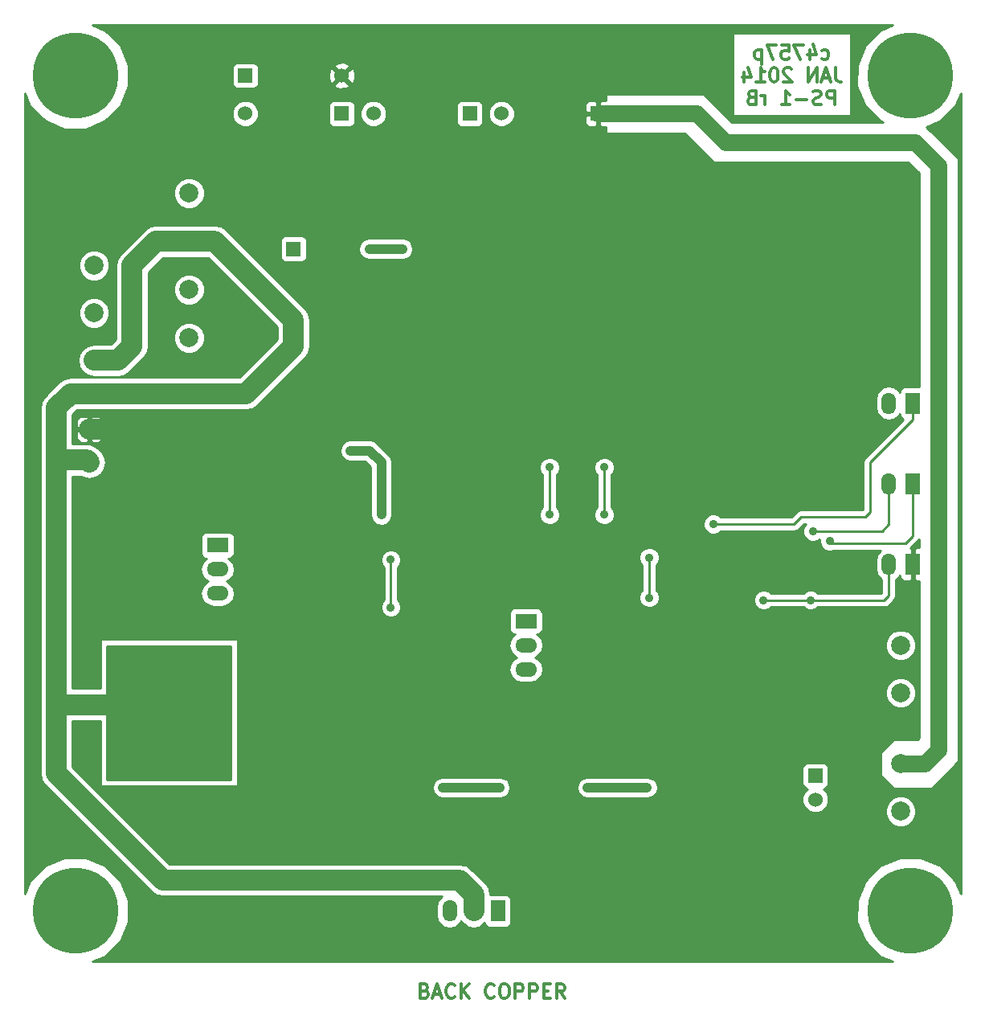
<source format=gbl>
%FSLAX34Y34*%
G04 Gerber Fmt 3.4, Leading zero omitted, Abs format*
G04 (created by PCBNEW (2013-12-31 BZR 4598)-product) date Thu 09 Jan 2014 11:56:03 AM EST*
%MOIN*%
G01*
G70*
G90*
G04 APERTURE LIST*
%ADD10C,0.005906*%
%ADD11C,0.011811*%
%ADD12C,0.078740*%
%ADD13R,0.060000X0.090000*%
%ADD14O,0.060000X0.090000*%
%ADD15R,0.060000X0.060000*%
%ADD16C,0.060000*%
%ADD17R,0.090000X0.060000*%
%ADD18O,0.090000X0.060000*%
%ADD19C,0.354331*%
%ADD20C,0.039370*%
%ADD21C,0.035433*%
%ADD22C,0.009449*%
%ADD23C,0.070866*%
%ADD24C,0.026772*%
%ADD25C,0.086614*%
%ADD26C,0.039370*%
%ADD27C,0.010000*%
G04 APERTURE END LIST*
G54D10*
G54D11*
X45219Y-49760D02*
X45303Y-49789D01*
X45331Y-49817D01*
X45359Y-49873D01*
X45359Y-49957D01*
X45331Y-50014D01*
X45303Y-50042D01*
X45247Y-50070D01*
X45022Y-50070D01*
X45022Y-49479D01*
X45219Y-49479D01*
X45275Y-49507D01*
X45303Y-49535D01*
X45331Y-49592D01*
X45331Y-49648D01*
X45303Y-49704D01*
X45275Y-49732D01*
X45219Y-49760D01*
X45022Y-49760D01*
X45584Y-49901D02*
X45866Y-49901D01*
X45528Y-50070D02*
X45725Y-49479D01*
X45922Y-50070D01*
X46456Y-50014D02*
X46428Y-50042D01*
X46344Y-50070D01*
X46287Y-50070D01*
X46203Y-50042D01*
X46147Y-49985D01*
X46119Y-49929D01*
X46091Y-49817D01*
X46091Y-49732D01*
X46119Y-49620D01*
X46147Y-49564D01*
X46203Y-49507D01*
X46287Y-49479D01*
X46344Y-49479D01*
X46428Y-49507D01*
X46456Y-49535D01*
X46709Y-50070D02*
X46709Y-49479D01*
X47047Y-50070D02*
X46794Y-49732D01*
X47047Y-49479D02*
X46709Y-49817D01*
X48087Y-50014D02*
X48059Y-50042D01*
X47975Y-50070D01*
X47919Y-50070D01*
X47834Y-50042D01*
X47778Y-49985D01*
X47750Y-49929D01*
X47722Y-49817D01*
X47722Y-49732D01*
X47750Y-49620D01*
X47778Y-49564D01*
X47834Y-49507D01*
X47919Y-49479D01*
X47975Y-49479D01*
X48059Y-49507D01*
X48087Y-49535D01*
X48453Y-49479D02*
X48565Y-49479D01*
X48622Y-49507D01*
X48678Y-49564D01*
X48706Y-49676D01*
X48706Y-49873D01*
X48678Y-49985D01*
X48622Y-50042D01*
X48565Y-50070D01*
X48453Y-50070D01*
X48397Y-50042D01*
X48340Y-49985D01*
X48312Y-49873D01*
X48312Y-49676D01*
X48340Y-49564D01*
X48397Y-49507D01*
X48453Y-49479D01*
X48959Y-50070D02*
X48959Y-49479D01*
X49184Y-49479D01*
X49240Y-49507D01*
X49268Y-49535D01*
X49296Y-49592D01*
X49296Y-49676D01*
X49268Y-49732D01*
X49240Y-49760D01*
X49184Y-49789D01*
X48959Y-49789D01*
X49550Y-50070D02*
X49550Y-49479D01*
X49775Y-49479D01*
X49831Y-49507D01*
X49859Y-49535D01*
X49887Y-49592D01*
X49887Y-49676D01*
X49859Y-49732D01*
X49831Y-49760D01*
X49775Y-49789D01*
X49550Y-49789D01*
X50140Y-49760D02*
X50337Y-49760D01*
X50421Y-50070D02*
X50140Y-50070D01*
X50140Y-49479D01*
X50421Y-49479D01*
X51012Y-50070D02*
X50815Y-49789D01*
X50674Y-50070D02*
X50674Y-49479D01*
X50899Y-49479D01*
X50956Y-49507D01*
X50984Y-49535D01*
X51012Y-49592D01*
X51012Y-49676D01*
X50984Y-49732D01*
X50956Y-49760D01*
X50899Y-49789D01*
X50674Y-49789D01*
X61684Y-11105D02*
X61740Y-11133D01*
X61853Y-11133D01*
X61909Y-11105D01*
X61937Y-11077D01*
X61965Y-11020D01*
X61965Y-10852D01*
X61937Y-10795D01*
X61909Y-10767D01*
X61853Y-10739D01*
X61740Y-10739D01*
X61684Y-10767D01*
X61178Y-10739D02*
X61178Y-11133D01*
X61318Y-10514D02*
X61459Y-10936D01*
X61093Y-10936D01*
X60925Y-10542D02*
X60531Y-10542D01*
X60784Y-11133D01*
X60025Y-10542D02*
X60306Y-10542D01*
X60334Y-10823D01*
X60306Y-10795D01*
X60250Y-10767D01*
X60109Y-10767D01*
X60053Y-10795D01*
X60025Y-10823D01*
X59997Y-10880D01*
X59997Y-11020D01*
X60025Y-11077D01*
X60053Y-11105D01*
X60109Y-11133D01*
X60250Y-11133D01*
X60306Y-11105D01*
X60334Y-11077D01*
X59800Y-10542D02*
X59406Y-10542D01*
X59659Y-11133D01*
X59181Y-10739D02*
X59181Y-11330D01*
X59181Y-10767D02*
X59125Y-10739D01*
X59012Y-10739D01*
X58956Y-10767D01*
X58928Y-10795D01*
X58900Y-10852D01*
X58900Y-11020D01*
X58928Y-11077D01*
X58956Y-11105D01*
X59012Y-11133D01*
X59125Y-11133D01*
X59181Y-11105D01*
X62260Y-11487D02*
X62260Y-11909D01*
X62289Y-11993D01*
X62345Y-12050D01*
X62429Y-12078D01*
X62485Y-12078D01*
X62007Y-11909D02*
X61726Y-11909D01*
X62064Y-12078D02*
X61867Y-11487D01*
X61670Y-12078D01*
X61473Y-12078D02*
X61473Y-11487D01*
X61136Y-12078D01*
X61136Y-11487D01*
X60433Y-11543D02*
X60404Y-11515D01*
X60348Y-11487D01*
X60208Y-11487D01*
X60151Y-11515D01*
X60123Y-11543D01*
X60095Y-11600D01*
X60095Y-11656D01*
X60123Y-11740D01*
X60461Y-12078D01*
X60095Y-12078D01*
X59730Y-11487D02*
X59673Y-11487D01*
X59617Y-11515D01*
X59589Y-11543D01*
X59561Y-11600D01*
X59533Y-11712D01*
X59533Y-11853D01*
X59561Y-11965D01*
X59589Y-12021D01*
X59617Y-12050D01*
X59673Y-12078D01*
X59730Y-12078D01*
X59786Y-12050D01*
X59814Y-12021D01*
X59842Y-11965D01*
X59870Y-11853D01*
X59870Y-11712D01*
X59842Y-11600D01*
X59814Y-11543D01*
X59786Y-11515D01*
X59730Y-11487D01*
X58970Y-12078D02*
X59308Y-12078D01*
X59139Y-12078D02*
X59139Y-11487D01*
X59195Y-11571D01*
X59251Y-11628D01*
X59308Y-11656D01*
X58464Y-11684D02*
X58464Y-12078D01*
X58605Y-11459D02*
X58745Y-11881D01*
X58380Y-11881D01*
X62218Y-13023D02*
X62218Y-12432D01*
X61993Y-12432D01*
X61937Y-12460D01*
X61909Y-12488D01*
X61881Y-12544D01*
X61881Y-12629D01*
X61909Y-12685D01*
X61937Y-12713D01*
X61993Y-12741D01*
X62218Y-12741D01*
X61656Y-12994D02*
X61571Y-13023D01*
X61431Y-13023D01*
X61375Y-12994D01*
X61347Y-12966D01*
X61318Y-12910D01*
X61318Y-12854D01*
X61347Y-12798D01*
X61375Y-12769D01*
X61431Y-12741D01*
X61543Y-12713D01*
X61600Y-12685D01*
X61628Y-12657D01*
X61656Y-12601D01*
X61656Y-12544D01*
X61628Y-12488D01*
X61600Y-12460D01*
X61543Y-12432D01*
X61403Y-12432D01*
X61318Y-12460D01*
X61065Y-12798D02*
X60615Y-12798D01*
X60025Y-13023D02*
X60362Y-13023D01*
X60194Y-13023D02*
X60194Y-12432D01*
X60250Y-12516D01*
X60306Y-12573D01*
X60362Y-12601D01*
X59322Y-13023D02*
X59322Y-12629D01*
X59322Y-12741D02*
X59294Y-12685D01*
X59266Y-12657D01*
X59209Y-12629D01*
X59153Y-12629D01*
X58759Y-12713D02*
X58675Y-12741D01*
X58647Y-12769D01*
X58619Y-12826D01*
X58619Y-12910D01*
X58647Y-12966D01*
X58675Y-12994D01*
X58731Y-13023D01*
X58956Y-13023D01*
X58956Y-12432D01*
X58759Y-12432D01*
X58703Y-12460D01*
X58675Y-12488D01*
X58647Y-12544D01*
X58647Y-12601D01*
X58675Y-12657D01*
X58703Y-12685D01*
X58759Y-12713D01*
X58956Y-12713D01*
G54D12*
X35433Y-20685D03*
X35433Y-22685D03*
X35433Y-18685D03*
X35433Y-16685D03*
G54D13*
X65460Y-28740D03*
G54D14*
X64460Y-28740D03*
G54D13*
X65460Y-25393D03*
G54D14*
X64460Y-25393D03*
G54D13*
X65460Y-32086D03*
G54D14*
X64460Y-32086D03*
G54D13*
X48244Y-46456D03*
G54D14*
X47244Y-46456D03*
X46244Y-46456D03*
G54D15*
X31299Y-26476D03*
G54D16*
X31299Y-27854D03*
G54D15*
X39763Y-18996D03*
G54D16*
X39763Y-21948D03*
G54D15*
X61417Y-40846D03*
G54D16*
X61417Y-41830D03*
G54D15*
X52393Y-13385D03*
G54D16*
X48393Y-13385D03*
G54D12*
X31496Y-19685D03*
X31496Y-21653D03*
X31496Y-23622D03*
X64960Y-35433D03*
X64960Y-37401D03*
X64960Y-40354D03*
X64960Y-42322D03*
G54D17*
X36614Y-31283D03*
G54D18*
X36614Y-32283D03*
X36614Y-33283D03*
G54D19*
X65354Y-11811D03*
G54D20*
X66535Y-11811D03*
X65944Y-12834D03*
X64763Y-12834D03*
X64173Y-11811D03*
X64763Y-10787D03*
X65944Y-10787D03*
G54D19*
X65354Y-46456D03*
G54D20*
X66535Y-46456D03*
X65944Y-47480D03*
X64763Y-47480D03*
X64173Y-46456D03*
X64763Y-45433D03*
X65944Y-45433D03*
G54D19*
X30708Y-46456D03*
G54D20*
X31889Y-46456D03*
X31299Y-47480D03*
X30118Y-47480D03*
X29527Y-46456D03*
X30118Y-45433D03*
X31299Y-45433D03*
G54D19*
X30708Y-11811D03*
G54D20*
X31889Y-11811D03*
X31299Y-12834D03*
X30118Y-12834D03*
X29527Y-11811D03*
X30118Y-10787D03*
X31299Y-10787D03*
G54D17*
X49409Y-34433D03*
G54D18*
X49409Y-35433D03*
X49409Y-36433D03*
G54D15*
X41763Y-13385D03*
G54D16*
X37763Y-13385D03*
G54D15*
X47078Y-13385D03*
G54D16*
X43078Y-13385D03*
G54D15*
X37763Y-11811D03*
G54D16*
X41763Y-11811D03*
G54D21*
X64763Y-22047D03*
X32578Y-16535D03*
X62204Y-46751D03*
X58464Y-46751D03*
X50492Y-47047D03*
X43503Y-46751D03*
X34153Y-46751D03*
X37893Y-46751D03*
X61318Y-43405D03*
X58464Y-43405D03*
X54133Y-43405D03*
X52263Y-43405D03*
X49606Y-43405D03*
X37893Y-43405D03*
X57775Y-32086D03*
X57775Y-36023D03*
X37893Y-37303D03*
X37893Y-39960D03*
X42519Y-35728D03*
X40551Y-37303D03*
X40649Y-39960D03*
X43503Y-43405D03*
X43503Y-39960D03*
X45669Y-39960D03*
X48818Y-39960D03*
X51771Y-39960D03*
X56397Y-39960D03*
X59153Y-39960D03*
X48228Y-30118D03*
X41338Y-16535D03*
X37795Y-16535D03*
X37795Y-26476D03*
X41338Y-26476D03*
X55118Y-14566D03*
X55118Y-22047D03*
X46456Y-22047D03*
X46456Y-14566D03*
X62007Y-25196D03*
X38681Y-34251D03*
X34251Y-38976D03*
X34251Y-38385D03*
X34744Y-37893D03*
X33759Y-37893D03*
X42125Y-27362D03*
X43405Y-30019D03*
X42913Y-27362D03*
X42913Y-18996D03*
X44291Y-18996D03*
X54429Y-41338D03*
X51968Y-41338D03*
X48326Y-41338D03*
X45964Y-41338D03*
X46555Y-41338D03*
X47736Y-41338D03*
X52559Y-41338D03*
X53838Y-41338D03*
X59271Y-33562D03*
X61220Y-33562D03*
X61318Y-30708D03*
X62007Y-31102D03*
X57185Y-30413D03*
X50393Y-28051D03*
X50393Y-30019D03*
X52657Y-28051D03*
X52657Y-30019D03*
X54527Y-33464D03*
X54527Y-31791D03*
X43799Y-31889D03*
X43799Y-33858D03*
G54D22*
X65460Y-32086D02*
X65460Y-33358D01*
X65460Y-33358D02*
X64566Y-34251D01*
X64566Y-34251D02*
X57775Y-34251D01*
X55118Y-22047D02*
X64763Y-22047D01*
G54D23*
X52393Y-13385D02*
X56496Y-13385D01*
X56496Y-13385D02*
X57677Y-14566D01*
X57677Y-14566D02*
X65551Y-14566D01*
X65551Y-14566D02*
X66535Y-15551D01*
X66535Y-15551D02*
X66535Y-39763D01*
X66535Y-39763D02*
X65944Y-40354D01*
X65944Y-40354D02*
X64960Y-40354D01*
G54D22*
X46456Y-14566D02*
X45669Y-15354D01*
X45669Y-15354D02*
X45669Y-21259D01*
X45669Y-21259D02*
X46456Y-22047D01*
X37795Y-16535D02*
X37106Y-15846D01*
X37106Y-15846D02*
X33267Y-15846D01*
X33267Y-15846D02*
X32578Y-16535D01*
X58464Y-46751D02*
X62204Y-46751D01*
X50492Y-47047D02*
X50787Y-46751D01*
X50787Y-46751D02*
X58464Y-46751D01*
X43503Y-46751D02*
X44685Y-46751D01*
X44685Y-46751D02*
X45472Y-47539D01*
X45472Y-47539D02*
X50000Y-47539D01*
X50000Y-47539D02*
X50492Y-47047D01*
X37893Y-46751D02*
X43405Y-46751D01*
X43405Y-46751D02*
X43503Y-46751D01*
X37893Y-46751D02*
X34153Y-46751D01*
X58464Y-43405D02*
X61318Y-43405D01*
X54133Y-43405D02*
X58464Y-43405D01*
X52263Y-43405D02*
X54133Y-43405D01*
X49606Y-43405D02*
X52263Y-43405D01*
X43503Y-43405D02*
X49606Y-43405D01*
X43503Y-43405D02*
X37893Y-43405D01*
X57775Y-36023D02*
X57775Y-34251D01*
X57775Y-34251D02*
X57775Y-32086D01*
X57775Y-39960D02*
X57775Y-36023D01*
X37893Y-39960D02*
X37893Y-37303D01*
X40649Y-39960D02*
X37893Y-39960D01*
X41535Y-35137D02*
X41535Y-35728D01*
X40551Y-37303D02*
X40551Y-36122D01*
X40551Y-36122D02*
X40944Y-35728D01*
X40944Y-35728D02*
X41535Y-35728D01*
X41535Y-35728D02*
X42519Y-35728D01*
X40649Y-39960D02*
X40551Y-39862D01*
X40551Y-39862D02*
X40551Y-37303D01*
X41929Y-39960D02*
X40649Y-39960D01*
X43503Y-39960D02*
X43503Y-43405D01*
X41929Y-39960D02*
X43503Y-39960D01*
X43503Y-39960D02*
X45669Y-39960D01*
X45669Y-39960D02*
X48818Y-39960D01*
X48818Y-39960D02*
X51771Y-39960D01*
X51771Y-39960D02*
X56397Y-39960D01*
X56397Y-39960D02*
X57775Y-39960D01*
X57775Y-39960D02*
X59153Y-39960D01*
X48228Y-26476D02*
X48228Y-30118D01*
G54D24*
X37795Y-16535D02*
X41338Y-16535D01*
X41387Y-16584D02*
X41338Y-16535D01*
X41387Y-16584D02*
X41387Y-24458D01*
G54D22*
X46456Y-14566D02*
X55118Y-14566D01*
X43799Y-22047D02*
X41387Y-24458D01*
X41387Y-24458D02*
X39370Y-26476D01*
X43799Y-22047D02*
X46456Y-22047D01*
X55118Y-22047D02*
X46456Y-22047D01*
X41633Y-26476D02*
X41633Y-35039D01*
X41633Y-35039D02*
X41535Y-35137D01*
X62007Y-25196D02*
X57381Y-25196D01*
X57381Y-25196D02*
X55167Y-27411D01*
G54D25*
X31299Y-26476D02*
X37795Y-26476D01*
X37795Y-26476D02*
X39370Y-26476D01*
X39370Y-26476D02*
X41338Y-26476D01*
X41338Y-26476D02*
X41633Y-26476D01*
X41633Y-26476D02*
X48228Y-26476D01*
X48228Y-26476D02*
X54232Y-26476D01*
X54232Y-26476D02*
X55167Y-27411D01*
G54D22*
X38681Y-34251D02*
X40649Y-34251D01*
X40649Y-34251D02*
X41535Y-35137D01*
G54D25*
X47244Y-46456D02*
X47244Y-45767D01*
X47244Y-45767D02*
X46653Y-45177D01*
X46653Y-45177D02*
X34350Y-45177D01*
X34350Y-45177D02*
X29921Y-40748D01*
X29921Y-40748D02*
X29921Y-37696D01*
X29921Y-27755D02*
X31200Y-27755D01*
X31200Y-27755D02*
X31299Y-27854D01*
X29921Y-29527D02*
X29921Y-27755D01*
X29921Y-27755D02*
X29921Y-25590D01*
X29921Y-25590D02*
X30511Y-25000D01*
X30511Y-25000D02*
X37795Y-25000D01*
X37795Y-25000D02*
X39763Y-23031D01*
X39763Y-23031D02*
X39763Y-21948D01*
X29921Y-29527D02*
X29921Y-37696D01*
X29921Y-37696D02*
X30118Y-37893D01*
X30118Y-37893D02*
X31988Y-37893D01*
X31988Y-37893D02*
X33759Y-37893D01*
X35433Y-18685D02*
X36500Y-18685D01*
X36500Y-18685D02*
X39763Y-21948D01*
X35433Y-18685D02*
X34070Y-18685D01*
X32480Y-23622D02*
X31496Y-23622D01*
X33070Y-23031D02*
X32480Y-23622D01*
X33070Y-19685D02*
X33070Y-23031D01*
X34070Y-18685D02*
X33070Y-19685D01*
G54D26*
X42913Y-27362D02*
X42125Y-27362D01*
X43405Y-30019D02*
X43405Y-27854D01*
X43405Y-27854D02*
X42913Y-27362D01*
X42913Y-18996D02*
X44291Y-18996D01*
X53838Y-41338D02*
X54429Y-41338D01*
X51968Y-41338D02*
X52559Y-41338D01*
X47736Y-41338D02*
X48326Y-41338D01*
X45964Y-41338D02*
X46555Y-41338D01*
X47736Y-41338D02*
X46555Y-41338D01*
X53838Y-41338D02*
X52559Y-41338D01*
G54D22*
X61220Y-33562D02*
X64271Y-33562D01*
X64460Y-33374D02*
X64460Y-32086D01*
X64271Y-33562D02*
X64460Y-33374D01*
X61220Y-33562D02*
X59271Y-33562D01*
X64460Y-30421D02*
X64460Y-28740D01*
X64173Y-30708D02*
X64460Y-30421D01*
X61318Y-30708D02*
X64173Y-30708D01*
X65157Y-31200D02*
X62106Y-31200D01*
X62106Y-31200D02*
X62007Y-31102D01*
X65460Y-30897D02*
X65460Y-28740D01*
X65157Y-31200D02*
X65460Y-30897D01*
X65460Y-26074D02*
X65460Y-25393D01*
X63681Y-27854D02*
X65460Y-26074D01*
X63681Y-29921D02*
X63681Y-27854D01*
X63484Y-30118D02*
X63681Y-29921D01*
X60826Y-30118D02*
X63484Y-30118D01*
X60531Y-30413D02*
X60826Y-30118D01*
X57185Y-30413D02*
X60531Y-30413D01*
X50393Y-30019D02*
X50393Y-28051D01*
X52657Y-30019D02*
X52657Y-28051D01*
X54527Y-31791D02*
X54527Y-33464D01*
X43799Y-33858D02*
X43799Y-31889D01*
G54D10*
G36*
X67450Y-45727D02*
X67233Y-45203D01*
X66610Y-44579D01*
X65796Y-44241D01*
X65601Y-44241D01*
X65601Y-42195D01*
X65503Y-41960D01*
X65323Y-41780D01*
X65088Y-41682D01*
X64833Y-41682D01*
X64598Y-41779D01*
X64417Y-41959D01*
X64320Y-42194D01*
X64319Y-42449D01*
X64417Y-42685D01*
X64597Y-42865D01*
X64832Y-42963D01*
X65087Y-42963D01*
X65322Y-42866D01*
X65503Y-42686D01*
X65601Y-42450D01*
X65601Y-42195D01*
X65601Y-44241D01*
X64915Y-44240D01*
X64101Y-44577D01*
X63477Y-45200D01*
X63139Y-46014D01*
X63138Y-46895D01*
X63475Y-47709D01*
X64097Y-48333D01*
X64624Y-48552D01*
X61964Y-48552D01*
X61964Y-41722D01*
X61881Y-41521D01*
X61753Y-41393D01*
X61766Y-41393D01*
X61857Y-41355D01*
X61926Y-41286D01*
X61964Y-41195D01*
X61964Y-41097D01*
X61964Y-40497D01*
X61926Y-40406D01*
X61857Y-40337D01*
X61766Y-40299D01*
X61668Y-40299D01*
X61068Y-40299D01*
X60977Y-40337D01*
X60908Y-40406D01*
X60870Y-40497D01*
X60870Y-40595D01*
X60870Y-41195D01*
X60908Y-41286D01*
X60977Y-41355D01*
X61068Y-41393D01*
X61081Y-41393D01*
X60953Y-41520D01*
X60870Y-41721D01*
X60870Y-41938D01*
X60953Y-42139D01*
X61107Y-42293D01*
X61308Y-42377D01*
X61525Y-42377D01*
X61726Y-42294D01*
X61880Y-42140D01*
X61964Y-41939D01*
X61964Y-41722D01*
X61964Y-48552D01*
X54951Y-48552D01*
X54951Y-33380D01*
X54887Y-33224D01*
X54821Y-33159D01*
X54821Y-32096D01*
X54886Y-32031D01*
X54951Y-31876D01*
X54951Y-31707D01*
X54887Y-31551D01*
X54768Y-31432D01*
X54612Y-31367D01*
X54443Y-31367D01*
X54287Y-31431D01*
X54168Y-31550D01*
X54103Y-31706D01*
X54103Y-31875D01*
X54167Y-32031D01*
X54233Y-32096D01*
X54233Y-33159D01*
X54168Y-33224D01*
X54103Y-33379D01*
X54103Y-33548D01*
X54167Y-33704D01*
X54287Y-33823D01*
X54442Y-33888D01*
X54611Y-33888D01*
X54767Y-33824D01*
X54886Y-33705D01*
X54951Y-33549D01*
X54951Y-33380D01*
X54951Y-48552D01*
X54872Y-48552D01*
X54872Y-41338D01*
X54839Y-41168D01*
X54742Y-41024D01*
X54598Y-40928D01*
X54429Y-40894D01*
X53838Y-40894D01*
X53081Y-40894D01*
X53081Y-29935D01*
X53017Y-29779D01*
X52951Y-29714D01*
X52951Y-28356D01*
X53016Y-28291D01*
X53081Y-28135D01*
X53081Y-27967D01*
X53017Y-27811D01*
X52897Y-27691D01*
X52742Y-27627D01*
X52573Y-27627D01*
X52417Y-27691D01*
X52343Y-27765D01*
X52343Y-13873D01*
X52343Y-13435D01*
X52343Y-13335D01*
X52343Y-12898D01*
X52281Y-12835D01*
X52043Y-12835D01*
X51952Y-12873D01*
X51881Y-12944D01*
X51843Y-13036D01*
X51843Y-13135D01*
X51843Y-13273D01*
X51906Y-13335D01*
X52343Y-13335D01*
X52343Y-13435D01*
X51906Y-13435D01*
X51843Y-13498D01*
X51843Y-13636D01*
X51843Y-13735D01*
X51881Y-13827D01*
X51952Y-13897D01*
X52043Y-13935D01*
X52281Y-13935D01*
X52343Y-13873D01*
X52343Y-27765D01*
X52298Y-27810D01*
X52233Y-27966D01*
X52233Y-28135D01*
X52297Y-28291D01*
X52363Y-28356D01*
X52363Y-29714D01*
X52298Y-29779D01*
X52233Y-29934D01*
X52233Y-30103D01*
X52297Y-30259D01*
X52416Y-30378D01*
X52572Y-30443D01*
X52741Y-30443D01*
X52897Y-30379D01*
X53016Y-30260D01*
X53081Y-30104D01*
X53081Y-29935D01*
X53081Y-40894D01*
X52559Y-40894D01*
X51968Y-40894D01*
X51798Y-40928D01*
X51654Y-41024D01*
X51558Y-41168D01*
X51524Y-41338D01*
X51558Y-41508D01*
X51654Y-41652D01*
X51798Y-41748D01*
X51968Y-41782D01*
X52559Y-41782D01*
X53838Y-41782D01*
X54429Y-41782D01*
X54598Y-41748D01*
X54742Y-41652D01*
X54839Y-41508D01*
X54872Y-41338D01*
X54872Y-48552D01*
X50817Y-48552D01*
X50817Y-29935D01*
X50753Y-29779D01*
X50687Y-29714D01*
X50687Y-28356D01*
X50752Y-28291D01*
X50817Y-28135D01*
X50817Y-27967D01*
X50753Y-27811D01*
X50634Y-27691D01*
X50478Y-27627D01*
X50309Y-27627D01*
X50153Y-27691D01*
X50034Y-27810D01*
X49969Y-27966D01*
X49969Y-28135D01*
X50034Y-28291D01*
X50099Y-28356D01*
X50099Y-29714D01*
X50034Y-29779D01*
X49969Y-29934D01*
X49969Y-30103D01*
X50034Y-30259D01*
X50153Y-30378D01*
X50308Y-30443D01*
X50477Y-30443D01*
X50633Y-30379D01*
X50752Y-30260D01*
X50817Y-30104D01*
X50817Y-29935D01*
X50817Y-48552D01*
X50119Y-48552D01*
X50119Y-36433D01*
X50078Y-36223D01*
X49959Y-36046D01*
X49790Y-35933D01*
X49959Y-35819D01*
X50078Y-35642D01*
X50119Y-35433D01*
X50078Y-35223D01*
X49959Y-35046D01*
X49860Y-34979D01*
X49908Y-34979D01*
X49999Y-34942D01*
X50068Y-34872D01*
X50106Y-34782D01*
X50106Y-34683D01*
X50106Y-34083D01*
X50068Y-33993D01*
X49999Y-33923D01*
X49908Y-33886D01*
X49810Y-33886D01*
X48940Y-33886D01*
X48940Y-13277D01*
X48857Y-13076D01*
X48703Y-12922D01*
X48502Y-12839D01*
X48285Y-12838D01*
X48084Y-12921D01*
X47930Y-13075D01*
X47846Y-13276D01*
X47846Y-13494D01*
X47929Y-13695D01*
X48083Y-13849D01*
X48284Y-13932D01*
X48501Y-13932D01*
X48703Y-13849D01*
X48857Y-13695D01*
X48940Y-13495D01*
X48940Y-13277D01*
X48940Y-33886D01*
X48910Y-33886D01*
X48819Y-33923D01*
X48750Y-33993D01*
X48712Y-34083D01*
X48712Y-34182D01*
X48712Y-34782D01*
X48750Y-34872D01*
X48819Y-34942D01*
X48910Y-34979D01*
X48958Y-34979D01*
X48859Y-35046D01*
X48740Y-35223D01*
X48698Y-35433D01*
X48740Y-35642D01*
X48859Y-35819D01*
X49028Y-35933D01*
X48859Y-36046D01*
X48740Y-36223D01*
X48698Y-36433D01*
X48740Y-36642D01*
X48859Y-36819D01*
X49036Y-36938D01*
X49245Y-36979D01*
X49573Y-36979D01*
X49782Y-36938D01*
X49959Y-36819D01*
X50078Y-36642D01*
X50119Y-36433D01*
X50119Y-48552D01*
X48790Y-48552D01*
X48790Y-46955D01*
X48790Y-46857D01*
X48790Y-45957D01*
X48770Y-45908D01*
X48770Y-41338D01*
X48736Y-41168D01*
X48640Y-41024D01*
X48496Y-40928D01*
X48326Y-40894D01*
X47736Y-40894D01*
X47625Y-40894D01*
X47625Y-13734D01*
X47625Y-13636D01*
X47625Y-13036D01*
X47588Y-12945D01*
X47518Y-12876D01*
X47427Y-12838D01*
X47329Y-12838D01*
X46729Y-12838D01*
X46638Y-12876D01*
X46569Y-12945D01*
X46531Y-13036D01*
X46531Y-13134D01*
X46531Y-13734D01*
X46569Y-13825D01*
X46638Y-13895D01*
X46729Y-13932D01*
X46827Y-13932D01*
X47427Y-13932D01*
X47518Y-13895D01*
X47588Y-13825D01*
X47625Y-13734D01*
X47625Y-40894D01*
X46555Y-40894D01*
X45964Y-40894D01*
X45794Y-40928D01*
X45650Y-41024D01*
X45554Y-41168D01*
X45520Y-41338D01*
X45554Y-41508D01*
X45650Y-41652D01*
X45794Y-41748D01*
X45964Y-41782D01*
X46555Y-41782D01*
X47736Y-41782D01*
X48326Y-41782D01*
X48496Y-41748D01*
X48640Y-41652D01*
X48736Y-41508D01*
X48770Y-41338D01*
X48770Y-45908D01*
X48753Y-45866D01*
X48683Y-45797D01*
X48593Y-45759D01*
X48494Y-45759D01*
X47922Y-45759D01*
X47880Y-45550D01*
X47872Y-45507D01*
X47872Y-45507D01*
X47724Y-45286D01*
X47724Y-45286D01*
X47134Y-44696D01*
X46913Y-44549D01*
X46870Y-44540D01*
X46653Y-44497D01*
X44735Y-44497D01*
X44735Y-18996D01*
X44701Y-18826D01*
X44605Y-18682D01*
X44461Y-18586D01*
X44291Y-18552D01*
X43625Y-18552D01*
X43625Y-13277D01*
X43542Y-13076D01*
X43388Y-12922D01*
X43187Y-12839D01*
X42970Y-12838D01*
X42769Y-12921D01*
X42615Y-13075D01*
X42531Y-13276D01*
X42531Y-13494D01*
X42614Y-13695D01*
X42768Y-13849D01*
X42969Y-13932D01*
X43187Y-13932D01*
X43388Y-13849D01*
X43542Y-13695D01*
X43625Y-13495D01*
X43625Y-13277D01*
X43625Y-18552D01*
X42913Y-18552D01*
X42743Y-18586D01*
X42599Y-18682D01*
X42503Y-18826D01*
X42469Y-18996D01*
X42503Y-19165D01*
X42599Y-19309D01*
X42743Y-19405D01*
X42913Y-19439D01*
X44291Y-19439D01*
X44461Y-19405D01*
X44605Y-19309D01*
X44701Y-19165D01*
X44735Y-18996D01*
X44735Y-44497D01*
X44223Y-44497D01*
X44223Y-33774D01*
X44158Y-33618D01*
X44093Y-33552D01*
X44093Y-32195D01*
X44158Y-32130D01*
X44223Y-31974D01*
X44223Y-31805D01*
X44158Y-31649D01*
X44039Y-31530D01*
X43883Y-31465D01*
X43849Y-31465D01*
X43849Y-30019D01*
X43849Y-27854D01*
X43815Y-27684D01*
X43719Y-27540D01*
X43227Y-27048D01*
X43083Y-26952D01*
X42913Y-26918D01*
X42318Y-26918D01*
X42318Y-11892D01*
X42307Y-11674D01*
X42245Y-11523D01*
X42149Y-11495D01*
X42078Y-11566D01*
X42078Y-11425D01*
X42051Y-11329D01*
X41845Y-11256D01*
X41627Y-11267D01*
X41475Y-11329D01*
X41448Y-11425D01*
X41763Y-11740D01*
X42078Y-11425D01*
X42078Y-11566D01*
X41834Y-11811D01*
X42149Y-12126D01*
X42245Y-12098D01*
X42318Y-11892D01*
X42318Y-26918D01*
X42310Y-26918D01*
X42310Y-13734D01*
X42310Y-13636D01*
X42310Y-13036D01*
X42273Y-12945D01*
X42203Y-12876D01*
X42112Y-12838D01*
X42078Y-12838D01*
X42078Y-12196D01*
X41763Y-11881D01*
X41693Y-11952D01*
X41693Y-11811D01*
X41377Y-11495D01*
X41282Y-11523D01*
X41208Y-11729D01*
X41219Y-11947D01*
X41282Y-12098D01*
X41377Y-12126D01*
X41693Y-11811D01*
X41693Y-11952D01*
X41448Y-12196D01*
X41475Y-12292D01*
X41682Y-12365D01*
X41900Y-12354D01*
X42051Y-12292D01*
X42078Y-12196D01*
X42078Y-12838D01*
X42014Y-12838D01*
X41414Y-12838D01*
X41323Y-12876D01*
X41254Y-12945D01*
X41216Y-13036D01*
X41216Y-13134D01*
X41216Y-13734D01*
X41254Y-13825D01*
X41323Y-13895D01*
X41414Y-13932D01*
X41512Y-13932D01*
X42112Y-13932D01*
X42203Y-13895D01*
X42273Y-13825D01*
X42310Y-13734D01*
X42310Y-26918D01*
X42125Y-26918D01*
X41956Y-26952D01*
X41812Y-27048D01*
X41716Y-27192D01*
X41682Y-27362D01*
X41716Y-27532D01*
X41812Y-27675D01*
X41956Y-27772D01*
X42125Y-27805D01*
X42729Y-27805D01*
X42961Y-28038D01*
X42961Y-30019D01*
X42995Y-30189D01*
X43091Y-30333D01*
X43235Y-30429D01*
X43405Y-30463D01*
X43575Y-30429D01*
X43719Y-30333D01*
X43815Y-30189D01*
X43849Y-30019D01*
X43849Y-31465D01*
X43715Y-31465D01*
X43559Y-31530D01*
X43439Y-31649D01*
X43375Y-31805D01*
X43375Y-31973D01*
X43439Y-32129D01*
X43505Y-32195D01*
X43505Y-33552D01*
X43439Y-33617D01*
X43375Y-33773D01*
X43375Y-33942D01*
X43439Y-34098D01*
X43558Y-34217D01*
X43714Y-34282D01*
X43883Y-34282D01*
X44039Y-34217D01*
X44158Y-34098D01*
X44223Y-33942D01*
X44223Y-33774D01*
X44223Y-44497D01*
X34632Y-44497D01*
X30601Y-40466D01*
X30601Y-38573D01*
X31741Y-38573D01*
X31741Y-41290D01*
X37451Y-41290D01*
X37451Y-35186D01*
X37324Y-35186D01*
X37324Y-33283D01*
X37283Y-33074D01*
X37164Y-32896D01*
X36994Y-32783D01*
X37164Y-32670D01*
X37283Y-32492D01*
X37324Y-32283D01*
X37283Y-32074D01*
X37164Y-31896D01*
X37065Y-31830D01*
X37113Y-31830D01*
X37204Y-31792D01*
X37273Y-31723D01*
X37311Y-31632D01*
X37311Y-31534D01*
X37311Y-30934D01*
X37273Y-30843D01*
X37204Y-30774D01*
X37113Y-30736D01*
X37015Y-30736D01*
X36115Y-30736D01*
X36024Y-30774D01*
X35954Y-30843D01*
X35917Y-30934D01*
X35917Y-31032D01*
X35917Y-31632D01*
X35954Y-31723D01*
X36024Y-31792D01*
X36115Y-31830D01*
X36163Y-31830D01*
X36063Y-31896D01*
X35945Y-32074D01*
X35903Y-32283D01*
X35945Y-32492D01*
X36063Y-32670D01*
X36233Y-32783D01*
X36063Y-32896D01*
X35945Y-33074D01*
X35903Y-33283D01*
X35945Y-33492D01*
X36063Y-33670D01*
X36241Y-33788D01*
X36450Y-33830D01*
X36777Y-33830D01*
X36987Y-33788D01*
X37164Y-33670D01*
X37283Y-33492D01*
X37324Y-33283D01*
X37324Y-35186D01*
X37007Y-35186D01*
X31741Y-35186D01*
X31741Y-37213D01*
X30601Y-37213D01*
X30601Y-29527D01*
X30601Y-28435D01*
X30969Y-28435D01*
X31039Y-28482D01*
X31299Y-28534D01*
X31559Y-28482D01*
X31779Y-28335D01*
X31927Y-28114D01*
X31979Y-27854D01*
X31927Y-27594D01*
X31849Y-27477D01*
X31849Y-26826D01*
X31849Y-26588D01*
X31849Y-26363D01*
X31849Y-26126D01*
X31811Y-26034D01*
X31740Y-25964D01*
X31648Y-25926D01*
X31549Y-25926D01*
X31411Y-25926D01*
X31349Y-25988D01*
X31349Y-26426D01*
X31786Y-26426D01*
X31849Y-26363D01*
X31849Y-26588D01*
X31786Y-26526D01*
X31349Y-26526D01*
X31349Y-26963D01*
X31411Y-27026D01*
X31549Y-27026D01*
X31648Y-27026D01*
X31740Y-26988D01*
X31811Y-26917D01*
X31849Y-26826D01*
X31849Y-27477D01*
X31779Y-27373D01*
X31681Y-27275D01*
X31460Y-27127D01*
X31417Y-27119D01*
X31249Y-27085D01*
X31249Y-26963D01*
X31249Y-26526D01*
X31249Y-26426D01*
X31249Y-25988D01*
X31186Y-25926D01*
X31048Y-25926D01*
X30949Y-25926D01*
X30857Y-25964D01*
X30787Y-26034D01*
X30749Y-26126D01*
X30749Y-26363D01*
X30811Y-26426D01*
X31249Y-26426D01*
X31249Y-26526D01*
X30811Y-26526D01*
X30749Y-26588D01*
X30749Y-26826D01*
X30787Y-26917D01*
X30857Y-26988D01*
X30949Y-27026D01*
X31048Y-27026D01*
X31186Y-27026D01*
X31249Y-26963D01*
X31249Y-27085D01*
X31200Y-27075D01*
X30601Y-27075D01*
X30601Y-25872D01*
X30793Y-25679D01*
X37795Y-25679D01*
X37795Y-25679D01*
X38012Y-25636D01*
X38055Y-25628D01*
X38055Y-25628D01*
X38276Y-25480D01*
X40244Y-23512D01*
X40244Y-23512D01*
X40391Y-23291D01*
X40443Y-23031D01*
X40443Y-21948D01*
X40391Y-21688D01*
X40310Y-21566D01*
X40310Y-19345D01*
X40310Y-19247D01*
X40310Y-18647D01*
X40273Y-18556D01*
X40203Y-18487D01*
X40112Y-18449D01*
X40014Y-18449D01*
X39414Y-18449D01*
X39323Y-18487D01*
X39254Y-18556D01*
X39216Y-18647D01*
X39216Y-18745D01*
X39216Y-19345D01*
X39254Y-19436D01*
X39323Y-19505D01*
X39414Y-19543D01*
X39512Y-19543D01*
X40112Y-19543D01*
X40203Y-19505D01*
X40273Y-19436D01*
X40310Y-19345D01*
X40310Y-21566D01*
X40244Y-21467D01*
X38310Y-19533D01*
X38310Y-13277D01*
X38310Y-13277D01*
X38310Y-12160D01*
X38310Y-12061D01*
X38310Y-11461D01*
X38273Y-11371D01*
X38203Y-11301D01*
X38112Y-11264D01*
X38014Y-11264D01*
X37414Y-11264D01*
X37323Y-11301D01*
X37254Y-11371D01*
X37216Y-11461D01*
X37216Y-11560D01*
X37216Y-12160D01*
X37254Y-12250D01*
X37323Y-12320D01*
X37414Y-12357D01*
X37512Y-12357D01*
X38112Y-12357D01*
X38203Y-12320D01*
X38273Y-12250D01*
X38310Y-12160D01*
X38310Y-13277D01*
X38227Y-13076D01*
X38073Y-12922D01*
X37873Y-12839D01*
X37655Y-12838D01*
X37454Y-12921D01*
X37300Y-13075D01*
X37217Y-13276D01*
X37216Y-13494D01*
X37299Y-13695D01*
X37453Y-13849D01*
X37654Y-13932D01*
X37872Y-13932D01*
X38073Y-13849D01*
X38227Y-13695D01*
X38310Y-13495D01*
X38310Y-13277D01*
X38310Y-19533D01*
X36981Y-18204D01*
X36760Y-18056D01*
X36717Y-18048D01*
X36500Y-18005D01*
X36073Y-18005D01*
X36073Y-16558D01*
X35976Y-16322D01*
X35796Y-16142D01*
X35561Y-16044D01*
X35306Y-16044D01*
X35070Y-16141D01*
X34890Y-16321D01*
X34792Y-16557D01*
X34792Y-16811D01*
X34889Y-17047D01*
X35069Y-17227D01*
X35305Y-17325D01*
X35559Y-17325D01*
X35795Y-17228D01*
X35975Y-17048D01*
X36073Y-16813D01*
X36073Y-16558D01*
X36073Y-18005D01*
X35433Y-18005D01*
X34070Y-18005D01*
X33810Y-18056D01*
X33737Y-18105D01*
X33590Y-18204D01*
X32590Y-19204D01*
X32442Y-19424D01*
X32434Y-19468D01*
X32390Y-19685D01*
X32390Y-22749D01*
X32198Y-22942D01*
X32136Y-22942D01*
X32136Y-21526D01*
X32136Y-19558D01*
X32039Y-19322D01*
X31859Y-19142D01*
X31624Y-19044D01*
X31369Y-19044D01*
X31133Y-19141D01*
X30953Y-19321D01*
X30855Y-19557D01*
X30855Y-19811D01*
X30952Y-20047D01*
X31132Y-20227D01*
X31368Y-20325D01*
X31622Y-20325D01*
X31858Y-20228D01*
X32038Y-20048D01*
X32136Y-19813D01*
X32136Y-19558D01*
X32136Y-21526D01*
X32039Y-21291D01*
X31859Y-21110D01*
X31624Y-21013D01*
X31369Y-21012D01*
X31133Y-21110D01*
X30953Y-21290D01*
X30855Y-21525D01*
X30855Y-21780D01*
X30952Y-22015D01*
X31132Y-22196D01*
X31368Y-22293D01*
X31622Y-22294D01*
X31858Y-22196D01*
X32038Y-22016D01*
X32136Y-21781D01*
X32136Y-21526D01*
X32136Y-22942D01*
X31496Y-22942D01*
X31235Y-22993D01*
X31015Y-23141D01*
X30867Y-23361D01*
X30816Y-23622D01*
X30867Y-23882D01*
X31015Y-24102D01*
X31235Y-24250D01*
X31496Y-24301D01*
X32480Y-24301D01*
X32480Y-24301D01*
X32697Y-24258D01*
X32740Y-24250D01*
X32740Y-24250D01*
X32961Y-24102D01*
X33551Y-23512D01*
X33551Y-23512D01*
X33699Y-23291D01*
X33699Y-23291D01*
X33707Y-23248D01*
X33750Y-23031D01*
X33750Y-23031D01*
X33750Y-19966D01*
X34352Y-19364D01*
X35433Y-19364D01*
X36218Y-19364D01*
X39083Y-22230D01*
X39083Y-22749D01*
X37513Y-24320D01*
X36073Y-24320D01*
X36073Y-22558D01*
X36073Y-20558D01*
X35976Y-20322D01*
X35796Y-20142D01*
X35561Y-20044D01*
X35306Y-20044D01*
X35070Y-20141D01*
X34890Y-20321D01*
X34792Y-20557D01*
X34792Y-20811D01*
X34889Y-21047D01*
X35069Y-21227D01*
X35305Y-21325D01*
X35559Y-21325D01*
X35795Y-21228D01*
X35975Y-21048D01*
X36073Y-20813D01*
X36073Y-20558D01*
X36073Y-22558D01*
X35976Y-22322D01*
X35796Y-22142D01*
X35561Y-22044D01*
X35306Y-22044D01*
X35070Y-22141D01*
X34890Y-22321D01*
X34792Y-22557D01*
X34792Y-22811D01*
X34889Y-23047D01*
X35069Y-23227D01*
X35305Y-23325D01*
X35559Y-23325D01*
X35795Y-23228D01*
X35975Y-23048D01*
X36073Y-22813D01*
X36073Y-22558D01*
X36073Y-24320D01*
X30511Y-24320D01*
X30294Y-24363D01*
X30251Y-24371D01*
X30031Y-24519D01*
X29440Y-25109D01*
X29293Y-25330D01*
X29284Y-25373D01*
X29241Y-25590D01*
X29241Y-27755D01*
X29241Y-29527D01*
X29241Y-37696D01*
X29241Y-40748D01*
X29284Y-40965D01*
X29293Y-41008D01*
X29440Y-41228D01*
X33869Y-45657D01*
X34090Y-45805D01*
X34350Y-45857D01*
X45931Y-45857D01*
X45857Y-45906D01*
X45738Y-46083D01*
X45697Y-46293D01*
X45697Y-46620D01*
X45738Y-46829D01*
X45857Y-47007D01*
X46034Y-47125D01*
X46244Y-47167D01*
X46453Y-47125D01*
X46630Y-47007D01*
X46720Y-46873D01*
X46763Y-46937D01*
X46849Y-46994D01*
X46857Y-47007D01*
X47034Y-47125D01*
X47244Y-47167D01*
X47453Y-47125D01*
X47630Y-47007D01*
X47638Y-46994D01*
X47697Y-46955D01*
X47734Y-47046D01*
X47804Y-47115D01*
X47894Y-47153D01*
X47993Y-47153D01*
X48593Y-47153D01*
X48683Y-47115D01*
X48753Y-47046D01*
X48790Y-46955D01*
X48790Y-48552D01*
X31437Y-48552D01*
X31961Y-48335D01*
X32585Y-47713D01*
X32923Y-46899D01*
X32924Y-46017D01*
X32587Y-45203D01*
X31965Y-44579D01*
X31151Y-44241D01*
X30269Y-44240D01*
X29455Y-44577D01*
X28831Y-45200D01*
X28612Y-45726D01*
X28612Y-12540D01*
X28829Y-13064D01*
X29452Y-13688D01*
X30266Y-14025D01*
X31147Y-14026D01*
X31961Y-13690D01*
X32585Y-13067D01*
X32923Y-12253D01*
X32924Y-11372D01*
X32587Y-10557D01*
X31965Y-9934D01*
X31438Y-9715D01*
X64625Y-9715D01*
X64101Y-9931D01*
X63477Y-10554D01*
X63139Y-11368D01*
X63138Y-12249D01*
X63475Y-13064D01*
X64097Y-13688D01*
X64223Y-13740D01*
X62876Y-13740D01*
X62876Y-13475D01*
X62876Y-10028D01*
X57989Y-10028D01*
X57989Y-13475D01*
X62876Y-13475D01*
X62876Y-13740D01*
X57971Y-13740D01*
X56790Y-12559D01*
X52716Y-12559D01*
X52716Y-12835D01*
X52506Y-12835D01*
X52443Y-12898D01*
X52443Y-13335D01*
X52451Y-13335D01*
X52451Y-13435D01*
X52443Y-13435D01*
X52443Y-13873D01*
X52506Y-13935D01*
X52716Y-13935D01*
X52716Y-14212D01*
X56004Y-14212D01*
X57185Y-15393D01*
X65256Y-15393D01*
X65708Y-15845D01*
X65708Y-24696D01*
X65111Y-24696D01*
X65020Y-24734D01*
X64951Y-24803D01*
X64913Y-24894D01*
X64913Y-24942D01*
X64847Y-24843D01*
X64669Y-24724D01*
X64460Y-24683D01*
X64251Y-24724D01*
X64073Y-24843D01*
X63955Y-25020D01*
X63913Y-25230D01*
X63913Y-25557D01*
X63955Y-25766D01*
X64073Y-25944D01*
X64251Y-26062D01*
X64460Y-26104D01*
X64669Y-26062D01*
X64847Y-25944D01*
X64913Y-25844D01*
X64913Y-25892D01*
X64951Y-25983D01*
X65020Y-26052D01*
X65053Y-26066D01*
X63473Y-27646D01*
X63409Y-27741D01*
X63387Y-27854D01*
X63387Y-29799D01*
X63362Y-29824D01*
X60826Y-29824D01*
X60714Y-29846D01*
X60618Y-29910D01*
X60409Y-30119D01*
X57490Y-30119D01*
X57425Y-30054D01*
X57269Y-29989D01*
X57101Y-29989D01*
X56945Y-30053D01*
X56825Y-30172D01*
X56761Y-30328D01*
X56760Y-30497D01*
X56825Y-30653D01*
X56944Y-30772D01*
X57100Y-30837D01*
X57269Y-30837D01*
X57424Y-30773D01*
X57490Y-30707D01*
X60531Y-30707D01*
X60644Y-30685D01*
X60644Y-30685D01*
X60739Y-30621D01*
X60948Y-30412D01*
X61015Y-30412D01*
X60959Y-30468D01*
X60894Y-30623D01*
X60894Y-30792D01*
X60959Y-30948D01*
X61078Y-31067D01*
X61234Y-31132D01*
X61402Y-31132D01*
X61558Y-31068D01*
X61583Y-31043D01*
X61583Y-31186D01*
X61648Y-31342D01*
X61767Y-31461D01*
X61923Y-31526D01*
X62091Y-31526D01*
X62168Y-31494D01*
X64135Y-31494D01*
X64073Y-31536D01*
X63955Y-31713D01*
X63913Y-31922D01*
X63913Y-32250D01*
X63955Y-32459D01*
X64073Y-32636D01*
X64166Y-32698D01*
X64166Y-33252D01*
X64149Y-33268D01*
X61526Y-33268D01*
X61460Y-33203D01*
X61305Y-33139D01*
X61136Y-33138D01*
X60980Y-33203D01*
X60914Y-33268D01*
X59577Y-33268D01*
X59512Y-33203D01*
X59356Y-33139D01*
X59187Y-33138D01*
X59031Y-33203D01*
X58912Y-33322D01*
X58847Y-33478D01*
X58847Y-33646D01*
X58911Y-33802D01*
X59031Y-33922D01*
X59186Y-33986D01*
X59355Y-33987D01*
X59511Y-33922D01*
X59577Y-33857D01*
X60914Y-33857D01*
X60979Y-33922D01*
X61135Y-33986D01*
X61304Y-33987D01*
X61460Y-33922D01*
X61526Y-33857D01*
X64271Y-33857D01*
X64384Y-33834D01*
X64384Y-33834D01*
X64479Y-33770D01*
X64668Y-33581D01*
X64668Y-33581D01*
X64668Y-33581D01*
X64711Y-33518D01*
X64732Y-33486D01*
X64732Y-33486D01*
X64754Y-33374D01*
X64754Y-33374D01*
X64754Y-33374D01*
X64754Y-32698D01*
X64847Y-32636D01*
X64910Y-32542D01*
X64910Y-32586D01*
X64948Y-32678D01*
X65019Y-32748D01*
X65110Y-32786D01*
X65348Y-32786D01*
X65410Y-32724D01*
X65410Y-32136D01*
X65402Y-32136D01*
X65402Y-32036D01*
X65410Y-32036D01*
X65410Y-31449D01*
X65367Y-31406D01*
X65668Y-31105D01*
X65668Y-31105D01*
X65668Y-31105D01*
X65708Y-31045D01*
X65708Y-31386D01*
X65573Y-31386D01*
X65510Y-31449D01*
X65510Y-32036D01*
X65518Y-32036D01*
X65518Y-32136D01*
X65510Y-32136D01*
X65510Y-32724D01*
X65573Y-32786D01*
X65708Y-32786D01*
X65708Y-39272D01*
X65650Y-39330D01*
X65601Y-39330D01*
X65601Y-37274D01*
X65601Y-35306D01*
X65503Y-35070D01*
X65323Y-34890D01*
X65088Y-34792D01*
X64833Y-34792D01*
X64598Y-34889D01*
X64417Y-35069D01*
X64320Y-35305D01*
X64319Y-35559D01*
X64417Y-35795D01*
X64597Y-35975D01*
X64832Y-36073D01*
X65087Y-36073D01*
X65322Y-35976D01*
X65503Y-35796D01*
X65601Y-35561D01*
X65601Y-35306D01*
X65601Y-37274D01*
X65503Y-37039D01*
X65323Y-36858D01*
X65088Y-36761D01*
X64833Y-36760D01*
X64598Y-36858D01*
X64417Y-37038D01*
X64320Y-37273D01*
X64319Y-37528D01*
X64417Y-37763D01*
X64597Y-37944D01*
X64832Y-38042D01*
X65087Y-38042D01*
X65322Y-37944D01*
X65503Y-37764D01*
X65601Y-37529D01*
X65601Y-37274D01*
X65601Y-39330D01*
X64665Y-39330D01*
X64133Y-39862D01*
X64133Y-40845D01*
X64665Y-41377D01*
X66239Y-41377D01*
X67362Y-40255D01*
X67362Y-15256D01*
X66033Y-13927D01*
X66607Y-13690D01*
X67231Y-13067D01*
X67450Y-12540D01*
X67450Y-45727D01*
X67450Y-45727D01*
G37*
G54D27*
X67450Y-45727D02*
X67233Y-45203D01*
X66610Y-44579D01*
X65796Y-44241D01*
X65601Y-44241D01*
X65601Y-42195D01*
X65503Y-41960D01*
X65323Y-41780D01*
X65088Y-41682D01*
X64833Y-41682D01*
X64598Y-41779D01*
X64417Y-41959D01*
X64320Y-42194D01*
X64319Y-42449D01*
X64417Y-42685D01*
X64597Y-42865D01*
X64832Y-42963D01*
X65087Y-42963D01*
X65322Y-42866D01*
X65503Y-42686D01*
X65601Y-42450D01*
X65601Y-42195D01*
X65601Y-44241D01*
X64915Y-44240D01*
X64101Y-44577D01*
X63477Y-45200D01*
X63139Y-46014D01*
X63138Y-46895D01*
X63475Y-47709D01*
X64097Y-48333D01*
X64624Y-48552D01*
X61964Y-48552D01*
X61964Y-41722D01*
X61881Y-41521D01*
X61753Y-41393D01*
X61766Y-41393D01*
X61857Y-41355D01*
X61926Y-41286D01*
X61964Y-41195D01*
X61964Y-41097D01*
X61964Y-40497D01*
X61926Y-40406D01*
X61857Y-40337D01*
X61766Y-40299D01*
X61668Y-40299D01*
X61068Y-40299D01*
X60977Y-40337D01*
X60908Y-40406D01*
X60870Y-40497D01*
X60870Y-40595D01*
X60870Y-41195D01*
X60908Y-41286D01*
X60977Y-41355D01*
X61068Y-41393D01*
X61081Y-41393D01*
X60953Y-41520D01*
X60870Y-41721D01*
X60870Y-41938D01*
X60953Y-42139D01*
X61107Y-42293D01*
X61308Y-42377D01*
X61525Y-42377D01*
X61726Y-42294D01*
X61880Y-42140D01*
X61964Y-41939D01*
X61964Y-41722D01*
X61964Y-48552D01*
X54951Y-48552D01*
X54951Y-33380D01*
X54887Y-33224D01*
X54821Y-33159D01*
X54821Y-32096D01*
X54886Y-32031D01*
X54951Y-31876D01*
X54951Y-31707D01*
X54887Y-31551D01*
X54768Y-31432D01*
X54612Y-31367D01*
X54443Y-31367D01*
X54287Y-31431D01*
X54168Y-31550D01*
X54103Y-31706D01*
X54103Y-31875D01*
X54167Y-32031D01*
X54233Y-32096D01*
X54233Y-33159D01*
X54168Y-33224D01*
X54103Y-33379D01*
X54103Y-33548D01*
X54167Y-33704D01*
X54287Y-33823D01*
X54442Y-33888D01*
X54611Y-33888D01*
X54767Y-33824D01*
X54886Y-33705D01*
X54951Y-33549D01*
X54951Y-33380D01*
X54951Y-48552D01*
X54872Y-48552D01*
X54872Y-41338D01*
X54839Y-41168D01*
X54742Y-41024D01*
X54598Y-40928D01*
X54429Y-40894D01*
X53838Y-40894D01*
X53081Y-40894D01*
X53081Y-29935D01*
X53017Y-29779D01*
X52951Y-29714D01*
X52951Y-28356D01*
X53016Y-28291D01*
X53081Y-28135D01*
X53081Y-27967D01*
X53017Y-27811D01*
X52897Y-27691D01*
X52742Y-27627D01*
X52573Y-27627D01*
X52417Y-27691D01*
X52343Y-27765D01*
X52343Y-13873D01*
X52343Y-13435D01*
X52343Y-13335D01*
X52343Y-12898D01*
X52281Y-12835D01*
X52043Y-12835D01*
X51952Y-12873D01*
X51881Y-12944D01*
X51843Y-13036D01*
X51843Y-13135D01*
X51843Y-13273D01*
X51906Y-13335D01*
X52343Y-13335D01*
X52343Y-13435D01*
X51906Y-13435D01*
X51843Y-13498D01*
X51843Y-13636D01*
X51843Y-13735D01*
X51881Y-13827D01*
X51952Y-13897D01*
X52043Y-13935D01*
X52281Y-13935D01*
X52343Y-13873D01*
X52343Y-27765D01*
X52298Y-27810D01*
X52233Y-27966D01*
X52233Y-28135D01*
X52297Y-28291D01*
X52363Y-28356D01*
X52363Y-29714D01*
X52298Y-29779D01*
X52233Y-29934D01*
X52233Y-30103D01*
X52297Y-30259D01*
X52416Y-30378D01*
X52572Y-30443D01*
X52741Y-30443D01*
X52897Y-30379D01*
X53016Y-30260D01*
X53081Y-30104D01*
X53081Y-29935D01*
X53081Y-40894D01*
X52559Y-40894D01*
X51968Y-40894D01*
X51798Y-40928D01*
X51654Y-41024D01*
X51558Y-41168D01*
X51524Y-41338D01*
X51558Y-41508D01*
X51654Y-41652D01*
X51798Y-41748D01*
X51968Y-41782D01*
X52559Y-41782D01*
X53838Y-41782D01*
X54429Y-41782D01*
X54598Y-41748D01*
X54742Y-41652D01*
X54839Y-41508D01*
X54872Y-41338D01*
X54872Y-48552D01*
X50817Y-48552D01*
X50817Y-29935D01*
X50753Y-29779D01*
X50687Y-29714D01*
X50687Y-28356D01*
X50752Y-28291D01*
X50817Y-28135D01*
X50817Y-27967D01*
X50753Y-27811D01*
X50634Y-27691D01*
X50478Y-27627D01*
X50309Y-27627D01*
X50153Y-27691D01*
X50034Y-27810D01*
X49969Y-27966D01*
X49969Y-28135D01*
X50034Y-28291D01*
X50099Y-28356D01*
X50099Y-29714D01*
X50034Y-29779D01*
X49969Y-29934D01*
X49969Y-30103D01*
X50034Y-30259D01*
X50153Y-30378D01*
X50308Y-30443D01*
X50477Y-30443D01*
X50633Y-30379D01*
X50752Y-30260D01*
X50817Y-30104D01*
X50817Y-29935D01*
X50817Y-48552D01*
X50119Y-48552D01*
X50119Y-36433D01*
X50078Y-36223D01*
X49959Y-36046D01*
X49790Y-35933D01*
X49959Y-35819D01*
X50078Y-35642D01*
X50119Y-35433D01*
X50078Y-35223D01*
X49959Y-35046D01*
X49860Y-34979D01*
X49908Y-34979D01*
X49999Y-34942D01*
X50068Y-34872D01*
X50106Y-34782D01*
X50106Y-34683D01*
X50106Y-34083D01*
X50068Y-33993D01*
X49999Y-33923D01*
X49908Y-33886D01*
X49810Y-33886D01*
X48940Y-33886D01*
X48940Y-13277D01*
X48857Y-13076D01*
X48703Y-12922D01*
X48502Y-12839D01*
X48285Y-12838D01*
X48084Y-12921D01*
X47930Y-13075D01*
X47846Y-13276D01*
X47846Y-13494D01*
X47929Y-13695D01*
X48083Y-13849D01*
X48284Y-13932D01*
X48501Y-13932D01*
X48703Y-13849D01*
X48857Y-13695D01*
X48940Y-13495D01*
X48940Y-13277D01*
X48940Y-33886D01*
X48910Y-33886D01*
X48819Y-33923D01*
X48750Y-33993D01*
X48712Y-34083D01*
X48712Y-34182D01*
X48712Y-34782D01*
X48750Y-34872D01*
X48819Y-34942D01*
X48910Y-34979D01*
X48958Y-34979D01*
X48859Y-35046D01*
X48740Y-35223D01*
X48698Y-35433D01*
X48740Y-35642D01*
X48859Y-35819D01*
X49028Y-35933D01*
X48859Y-36046D01*
X48740Y-36223D01*
X48698Y-36433D01*
X48740Y-36642D01*
X48859Y-36819D01*
X49036Y-36938D01*
X49245Y-36979D01*
X49573Y-36979D01*
X49782Y-36938D01*
X49959Y-36819D01*
X50078Y-36642D01*
X50119Y-36433D01*
X50119Y-48552D01*
X48790Y-48552D01*
X48790Y-46955D01*
X48790Y-46857D01*
X48790Y-45957D01*
X48770Y-45908D01*
X48770Y-41338D01*
X48736Y-41168D01*
X48640Y-41024D01*
X48496Y-40928D01*
X48326Y-40894D01*
X47736Y-40894D01*
X47625Y-40894D01*
X47625Y-13734D01*
X47625Y-13636D01*
X47625Y-13036D01*
X47588Y-12945D01*
X47518Y-12876D01*
X47427Y-12838D01*
X47329Y-12838D01*
X46729Y-12838D01*
X46638Y-12876D01*
X46569Y-12945D01*
X46531Y-13036D01*
X46531Y-13134D01*
X46531Y-13734D01*
X46569Y-13825D01*
X46638Y-13895D01*
X46729Y-13932D01*
X46827Y-13932D01*
X47427Y-13932D01*
X47518Y-13895D01*
X47588Y-13825D01*
X47625Y-13734D01*
X47625Y-40894D01*
X46555Y-40894D01*
X45964Y-40894D01*
X45794Y-40928D01*
X45650Y-41024D01*
X45554Y-41168D01*
X45520Y-41338D01*
X45554Y-41508D01*
X45650Y-41652D01*
X45794Y-41748D01*
X45964Y-41782D01*
X46555Y-41782D01*
X47736Y-41782D01*
X48326Y-41782D01*
X48496Y-41748D01*
X48640Y-41652D01*
X48736Y-41508D01*
X48770Y-41338D01*
X48770Y-45908D01*
X48753Y-45866D01*
X48683Y-45797D01*
X48593Y-45759D01*
X48494Y-45759D01*
X47922Y-45759D01*
X47880Y-45550D01*
X47872Y-45507D01*
X47872Y-45507D01*
X47724Y-45286D01*
X47724Y-45286D01*
X47134Y-44696D01*
X46913Y-44549D01*
X46870Y-44540D01*
X46653Y-44497D01*
X44735Y-44497D01*
X44735Y-18996D01*
X44701Y-18826D01*
X44605Y-18682D01*
X44461Y-18586D01*
X44291Y-18552D01*
X43625Y-18552D01*
X43625Y-13277D01*
X43542Y-13076D01*
X43388Y-12922D01*
X43187Y-12839D01*
X42970Y-12838D01*
X42769Y-12921D01*
X42615Y-13075D01*
X42531Y-13276D01*
X42531Y-13494D01*
X42614Y-13695D01*
X42768Y-13849D01*
X42969Y-13932D01*
X43187Y-13932D01*
X43388Y-13849D01*
X43542Y-13695D01*
X43625Y-13495D01*
X43625Y-13277D01*
X43625Y-18552D01*
X42913Y-18552D01*
X42743Y-18586D01*
X42599Y-18682D01*
X42503Y-18826D01*
X42469Y-18996D01*
X42503Y-19165D01*
X42599Y-19309D01*
X42743Y-19405D01*
X42913Y-19439D01*
X44291Y-19439D01*
X44461Y-19405D01*
X44605Y-19309D01*
X44701Y-19165D01*
X44735Y-18996D01*
X44735Y-44497D01*
X44223Y-44497D01*
X44223Y-33774D01*
X44158Y-33618D01*
X44093Y-33552D01*
X44093Y-32195D01*
X44158Y-32130D01*
X44223Y-31974D01*
X44223Y-31805D01*
X44158Y-31649D01*
X44039Y-31530D01*
X43883Y-31465D01*
X43849Y-31465D01*
X43849Y-30019D01*
X43849Y-27854D01*
X43815Y-27684D01*
X43719Y-27540D01*
X43227Y-27048D01*
X43083Y-26952D01*
X42913Y-26918D01*
X42318Y-26918D01*
X42318Y-11892D01*
X42307Y-11674D01*
X42245Y-11523D01*
X42149Y-11495D01*
X42078Y-11566D01*
X42078Y-11425D01*
X42051Y-11329D01*
X41845Y-11256D01*
X41627Y-11267D01*
X41475Y-11329D01*
X41448Y-11425D01*
X41763Y-11740D01*
X42078Y-11425D01*
X42078Y-11566D01*
X41834Y-11811D01*
X42149Y-12126D01*
X42245Y-12098D01*
X42318Y-11892D01*
X42318Y-26918D01*
X42310Y-26918D01*
X42310Y-13734D01*
X42310Y-13636D01*
X42310Y-13036D01*
X42273Y-12945D01*
X42203Y-12876D01*
X42112Y-12838D01*
X42078Y-12838D01*
X42078Y-12196D01*
X41763Y-11881D01*
X41693Y-11952D01*
X41693Y-11811D01*
X41377Y-11495D01*
X41282Y-11523D01*
X41208Y-11729D01*
X41219Y-11947D01*
X41282Y-12098D01*
X41377Y-12126D01*
X41693Y-11811D01*
X41693Y-11952D01*
X41448Y-12196D01*
X41475Y-12292D01*
X41682Y-12365D01*
X41900Y-12354D01*
X42051Y-12292D01*
X42078Y-12196D01*
X42078Y-12838D01*
X42014Y-12838D01*
X41414Y-12838D01*
X41323Y-12876D01*
X41254Y-12945D01*
X41216Y-13036D01*
X41216Y-13134D01*
X41216Y-13734D01*
X41254Y-13825D01*
X41323Y-13895D01*
X41414Y-13932D01*
X41512Y-13932D01*
X42112Y-13932D01*
X42203Y-13895D01*
X42273Y-13825D01*
X42310Y-13734D01*
X42310Y-26918D01*
X42125Y-26918D01*
X41956Y-26952D01*
X41812Y-27048D01*
X41716Y-27192D01*
X41682Y-27362D01*
X41716Y-27532D01*
X41812Y-27675D01*
X41956Y-27772D01*
X42125Y-27805D01*
X42729Y-27805D01*
X42961Y-28038D01*
X42961Y-30019D01*
X42995Y-30189D01*
X43091Y-30333D01*
X43235Y-30429D01*
X43405Y-30463D01*
X43575Y-30429D01*
X43719Y-30333D01*
X43815Y-30189D01*
X43849Y-30019D01*
X43849Y-31465D01*
X43715Y-31465D01*
X43559Y-31530D01*
X43439Y-31649D01*
X43375Y-31805D01*
X43375Y-31973D01*
X43439Y-32129D01*
X43505Y-32195D01*
X43505Y-33552D01*
X43439Y-33617D01*
X43375Y-33773D01*
X43375Y-33942D01*
X43439Y-34098D01*
X43558Y-34217D01*
X43714Y-34282D01*
X43883Y-34282D01*
X44039Y-34217D01*
X44158Y-34098D01*
X44223Y-33942D01*
X44223Y-33774D01*
X44223Y-44497D01*
X34632Y-44497D01*
X30601Y-40466D01*
X30601Y-38573D01*
X31741Y-38573D01*
X31741Y-41290D01*
X37451Y-41290D01*
X37451Y-35186D01*
X37324Y-35186D01*
X37324Y-33283D01*
X37283Y-33074D01*
X37164Y-32896D01*
X36994Y-32783D01*
X37164Y-32670D01*
X37283Y-32492D01*
X37324Y-32283D01*
X37283Y-32074D01*
X37164Y-31896D01*
X37065Y-31830D01*
X37113Y-31830D01*
X37204Y-31792D01*
X37273Y-31723D01*
X37311Y-31632D01*
X37311Y-31534D01*
X37311Y-30934D01*
X37273Y-30843D01*
X37204Y-30774D01*
X37113Y-30736D01*
X37015Y-30736D01*
X36115Y-30736D01*
X36024Y-30774D01*
X35954Y-30843D01*
X35917Y-30934D01*
X35917Y-31032D01*
X35917Y-31632D01*
X35954Y-31723D01*
X36024Y-31792D01*
X36115Y-31830D01*
X36163Y-31830D01*
X36063Y-31896D01*
X35945Y-32074D01*
X35903Y-32283D01*
X35945Y-32492D01*
X36063Y-32670D01*
X36233Y-32783D01*
X36063Y-32896D01*
X35945Y-33074D01*
X35903Y-33283D01*
X35945Y-33492D01*
X36063Y-33670D01*
X36241Y-33788D01*
X36450Y-33830D01*
X36777Y-33830D01*
X36987Y-33788D01*
X37164Y-33670D01*
X37283Y-33492D01*
X37324Y-33283D01*
X37324Y-35186D01*
X37007Y-35186D01*
X31741Y-35186D01*
X31741Y-37213D01*
X30601Y-37213D01*
X30601Y-29527D01*
X30601Y-28435D01*
X30969Y-28435D01*
X31039Y-28482D01*
X31299Y-28534D01*
X31559Y-28482D01*
X31779Y-28335D01*
X31927Y-28114D01*
X31979Y-27854D01*
X31927Y-27594D01*
X31849Y-27477D01*
X31849Y-26826D01*
X31849Y-26588D01*
X31849Y-26363D01*
X31849Y-26126D01*
X31811Y-26034D01*
X31740Y-25964D01*
X31648Y-25926D01*
X31549Y-25926D01*
X31411Y-25926D01*
X31349Y-25988D01*
X31349Y-26426D01*
X31786Y-26426D01*
X31849Y-26363D01*
X31849Y-26588D01*
X31786Y-26526D01*
X31349Y-26526D01*
X31349Y-26963D01*
X31411Y-27026D01*
X31549Y-27026D01*
X31648Y-27026D01*
X31740Y-26988D01*
X31811Y-26917D01*
X31849Y-26826D01*
X31849Y-27477D01*
X31779Y-27373D01*
X31681Y-27275D01*
X31460Y-27127D01*
X31417Y-27119D01*
X31249Y-27085D01*
X31249Y-26963D01*
X31249Y-26526D01*
X31249Y-26426D01*
X31249Y-25988D01*
X31186Y-25926D01*
X31048Y-25926D01*
X30949Y-25926D01*
X30857Y-25964D01*
X30787Y-26034D01*
X30749Y-26126D01*
X30749Y-26363D01*
X30811Y-26426D01*
X31249Y-26426D01*
X31249Y-26526D01*
X30811Y-26526D01*
X30749Y-26588D01*
X30749Y-26826D01*
X30787Y-26917D01*
X30857Y-26988D01*
X30949Y-27026D01*
X31048Y-27026D01*
X31186Y-27026D01*
X31249Y-26963D01*
X31249Y-27085D01*
X31200Y-27075D01*
X30601Y-27075D01*
X30601Y-25872D01*
X30793Y-25679D01*
X37795Y-25679D01*
X37795Y-25679D01*
X38012Y-25636D01*
X38055Y-25628D01*
X38055Y-25628D01*
X38276Y-25480D01*
X40244Y-23512D01*
X40244Y-23512D01*
X40391Y-23291D01*
X40443Y-23031D01*
X40443Y-21948D01*
X40391Y-21688D01*
X40310Y-21566D01*
X40310Y-19345D01*
X40310Y-19247D01*
X40310Y-18647D01*
X40273Y-18556D01*
X40203Y-18487D01*
X40112Y-18449D01*
X40014Y-18449D01*
X39414Y-18449D01*
X39323Y-18487D01*
X39254Y-18556D01*
X39216Y-18647D01*
X39216Y-18745D01*
X39216Y-19345D01*
X39254Y-19436D01*
X39323Y-19505D01*
X39414Y-19543D01*
X39512Y-19543D01*
X40112Y-19543D01*
X40203Y-19505D01*
X40273Y-19436D01*
X40310Y-19345D01*
X40310Y-21566D01*
X40244Y-21467D01*
X38310Y-19533D01*
X38310Y-13277D01*
X38310Y-13277D01*
X38310Y-12160D01*
X38310Y-12061D01*
X38310Y-11461D01*
X38273Y-11371D01*
X38203Y-11301D01*
X38112Y-11264D01*
X38014Y-11264D01*
X37414Y-11264D01*
X37323Y-11301D01*
X37254Y-11371D01*
X37216Y-11461D01*
X37216Y-11560D01*
X37216Y-12160D01*
X37254Y-12250D01*
X37323Y-12320D01*
X37414Y-12357D01*
X37512Y-12357D01*
X38112Y-12357D01*
X38203Y-12320D01*
X38273Y-12250D01*
X38310Y-12160D01*
X38310Y-13277D01*
X38227Y-13076D01*
X38073Y-12922D01*
X37873Y-12839D01*
X37655Y-12838D01*
X37454Y-12921D01*
X37300Y-13075D01*
X37217Y-13276D01*
X37216Y-13494D01*
X37299Y-13695D01*
X37453Y-13849D01*
X37654Y-13932D01*
X37872Y-13932D01*
X38073Y-13849D01*
X38227Y-13695D01*
X38310Y-13495D01*
X38310Y-13277D01*
X38310Y-19533D01*
X36981Y-18204D01*
X36760Y-18056D01*
X36717Y-18048D01*
X36500Y-18005D01*
X36073Y-18005D01*
X36073Y-16558D01*
X35976Y-16322D01*
X35796Y-16142D01*
X35561Y-16044D01*
X35306Y-16044D01*
X35070Y-16141D01*
X34890Y-16321D01*
X34792Y-16557D01*
X34792Y-16811D01*
X34889Y-17047D01*
X35069Y-17227D01*
X35305Y-17325D01*
X35559Y-17325D01*
X35795Y-17228D01*
X35975Y-17048D01*
X36073Y-16813D01*
X36073Y-16558D01*
X36073Y-18005D01*
X35433Y-18005D01*
X34070Y-18005D01*
X33810Y-18056D01*
X33737Y-18105D01*
X33590Y-18204D01*
X32590Y-19204D01*
X32442Y-19424D01*
X32434Y-19468D01*
X32390Y-19685D01*
X32390Y-22749D01*
X32198Y-22942D01*
X32136Y-22942D01*
X32136Y-21526D01*
X32136Y-19558D01*
X32039Y-19322D01*
X31859Y-19142D01*
X31624Y-19044D01*
X31369Y-19044D01*
X31133Y-19141D01*
X30953Y-19321D01*
X30855Y-19557D01*
X30855Y-19811D01*
X30952Y-20047D01*
X31132Y-20227D01*
X31368Y-20325D01*
X31622Y-20325D01*
X31858Y-20228D01*
X32038Y-20048D01*
X32136Y-19813D01*
X32136Y-19558D01*
X32136Y-21526D01*
X32039Y-21291D01*
X31859Y-21110D01*
X31624Y-21013D01*
X31369Y-21012D01*
X31133Y-21110D01*
X30953Y-21290D01*
X30855Y-21525D01*
X30855Y-21780D01*
X30952Y-22015D01*
X31132Y-22196D01*
X31368Y-22293D01*
X31622Y-22294D01*
X31858Y-22196D01*
X32038Y-22016D01*
X32136Y-21781D01*
X32136Y-21526D01*
X32136Y-22942D01*
X31496Y-22942D01*
X31235Y-22993D01*
X31015Y-23141D01*
X30867Y-23361D01*
X30816Y-23622D01*
X30867Y-23882D01*
X31015Y-24102D01*
X31235Y-24250D01*
X31496Y-24301D01*
X32480Y-24301D01*
X32480Y-24301D01*
X32697Y-24258D01*
X32740Y-24250D01*
X32740Y-24250D01*
X32961Y-24102D01*
X33551Y-23512D01*
X33551Y-23512D01*
X33699Y-23291D01*
X33699Y-23291D01*
X33707Y-23248D01*
X33750Y-23031D01*
X33750Y-23031D01*
X33750Y-19966D01*
X34352Y-19364D01*
X35433Y-19364D01*
X36218Y-19364D01*
X39083Y-22230D01*
X39083Y-22749D01*
X37513Y-24320D01*
X36073Y-24320D01*
X36073Y-22558D01*
X36073Y-20558D01*
X35976Y-20322D01*
X35796Y-20142D01*
X35561Y-20044D01*
X35306Y-20044D01*
X35070Y-20141D01*
X34890Y-20321D01*
X34792Y-20557D01*
X34792Y-20811D01*
X34889Y-21047D01*
X35069Y-21227D01*
X35305Y-21325D01*
X35559Y-21325D01*
X35795Y-21228D01*
X35975Y-21048D01*
X36073Y-20813D01*
X36073Y-20558D01*
X36073Y-22558D01*
X35976Y-22322D01*
X35796Y-22142D01*
X35561Y-22044D01*
X35306Y-22044D01*
X35070Y-22141D01*
X34890Y-22321D01*
X34792Y-22557D01*
X34792Y-22811D01*
X34889Y-23047D01*
X35069Y-23227D01*
X35305Y-23325D01*
X35559Y-23325D01*
X35795Y-23228D01*
X35975Y-23048D01*
X36073Y-22813D01*
X36073Y-22558D01*
X36073Y-24320D01*
X30511Y-24320D01*
X30294Y-24363D01*
X30251Y-24371D01*
X30031Y-24519D01*
X29440Y-25109D01*
X29293Y-25330D01*
X29284Y-25373D01*
X29241Y-25590D01*
X29241Y-27755D01*
X29241Y-29527D01*
X29241Y-37696D01*
X29241Y-40748D01*
X29284Y-40965D01*
X29293Y-41008D01*
X29440Y-41228D01*
X33869Y-45657D01*
X34090Y-45805D01*
X34350Y-45857D01*
X45931Y-45857D01*
X45857Y-45906D01*
X45738Y-46083D01*
X45697Y-46293D01*
X45697Y-46620D01*
X45738Y-46829D01*
X45857Y-47007D01*
X46034Y-47125D01*
X46244Y-47167D01*
X46453Y-47125D01*
X46630Y-47007D01*
X46720Y-46873D01*
X46763Y-46937D01*
X46849Y-46994D01*
X46857Y-47007D01*
X47034Y-47125D01*
X47244Y-47167D01*
X47453Y-47125D01*
X47630Y-47007D01*
X47638Y-46994D01*
X47697Y-46955D01*
X47734Y-47046D01*
X47804Y-47115D01*
X47894Y-47153D01*
X47993Y-47153D01*
X48593Y-47153D01*
X48683Y-47115D01*
X48753Y-47046D01*
X48790Y-46955D01*
X48790Y-48552D01*
X31437Y-48552D01*
X31961Y-48335D01*
X32585Y-47713D01*
X32923Y-46899D01*
X32924Y-46017D01*
X32587Y-45203D01*
X31965Y-44579D01*
X31151Y-44241D01*
X30269Y-44240D01*
X29455Y-44577D01*
X28831Y-45200D01*
X28612Y-45726D01*
X28612Y-12540D01*
X28829Y-13064D01*
X29452Y-13688D01*
X30266Y-14025D01*
X31147Y-14026D01*
X31961Y-13690D01*
X32585Y-13067D01*
X32923Y-12253D01*
X32924Y-11372D01*
X32587Y-10557D01*
X31965Y-9934D01*
X31438Y-9715D01*
X64625Y-9715D01*
X64101Y-9931D01*
X63477Y-10554D01*
X63139Y-11368D01*
X63138Y-12249D01*
X63475Y-13064D01*
X64097Y-13688D01*
X64223Y-13740D01*
X62876Y-13740D01*
X62876Y-13475D01*
X62876Y-10028D01*
X57989Y-10028D01*
X57989Y-13475D01*
X62876Y-13475D01*
X62876Y-13740D01*
X57971Y-13740D01*
X56790Y-12559D01*
X52716Y-12559D01*
X52716Y-12835D01*
X52506Y-12835D01*
X52443Y-12898D01*
X52443Y-13335D01*
X52451Y-13335D01*
X52451Y-13435D01*
X52443Y-13435D01*
X52443Y-13873D01*
X52506Y-13935D01*
X52716Y-13935D01*
X52716Y-14212D01*
X56004Y-14212D01*
X57185Y-15393D01*
X65256Y-15393D01*
X65708Y-15845D01*
X65708Y-24696D01*
X65111Y-24696D01*
X65020Y-24734D01*
X64951Y-24803D01*
X64913Y-24894D01*
X64913Y-24942D01*
X64847Y-24843D01*
X64669Y-24724D01*
X64460Y-24683D01*
X64251Y-24724D01*
X64073Y-24843D01*
X63955Y-25020D01*
X63913Y-25230D01*
X63913Y-25557D01*
X63955Y-25766D01*
X64073Y-25944D01*
X64251Y-26062D01*
X64460Y-26104D01*
X64669Y-26062D01*
X64847Y-25944D01*
X64913Y-25844D01*
X64913Y-25892D01*
X64951Y-25983D01*
X65020Y-26052D01*
X65053Y-26066D01*
X63473Y-27646D01*
X63409Y-27741D01*
X63387Y-27854D01*
X63387Y-29799D01*
X63362Y-29824D01*
X60826Y-29824D01*
X60714Y-29846D01*
X60618Y-29910D01*
X60409Y-30119D01*
X57490Y-30119D01*
X57425Y-30054D01*
X57269Y-29989D01*
X57101Y-29989D01*
X56945Y-30053D01*
X56825Y-30172D01*
X56761Y-30328D01*
X56760Y-30497D01*
X56825Y-30653D01*
X56944Y-30772D01*
X57100Y-30837D01*
X57269Y-30837D01*
X57424Y-30773D01*
X57490Y-30707D01*
X60531Y-30707D01*
X60644Y-30685D01*
X60644Y-30685D01*
X60739Y-30621D01*
X60948Y-30412D01*
X61015Y-30412D01*
X60959Y-30468D01*
X60894Y-30623D01*
X60894Y-30792D01*
X60959Y-30948D01*
X61078Y-31067D01*
X61234Y-31132D01*
X61402Y-31132D01*
X61558Y-31068D01*
X61583Y-31043D01*
X61583Y-31186D01*
X61648Y-31342D01*
X61767Y-31461D01*
X61923Y-31526D01*
X62091Y-31526D01*
X62168Y-31494D01*
X64135Y-31494D01*
X64073Y-31536D01*
X63955Y-31713D01*
X63913Y-31922D01*
X63913Y-32250D01*
X63955Y-32459D01*
X64073Y-32636D01*
X64166Y-32698D01*
X64166Y-33252D01*
X64149Y-33268D01*
X61526Y-33268D01*
X61460Y-33203D01*
X61305Y-33139D01*
X61136Y-33138D01*
X60980Y-33203D01*
X60914Y-33268D01*
X59577Y-33268D01*
X59512Y-33203D01*
X59356Y-33139D01*
X59187Y-33138D01*
X59031Y-33203D01*
X58912Y-33322D01*
X58847Y-33478D01*
X58847Y-33646D01*
X58911Y-33802D01*
X59031Y-33922D01*
X59186Y-33986D01*
X59355Y-33987D01*
X59511Y-33922D01*
X59577Y-33857D01*
X60914Y-33857D01*
X60979Y-33922D01*
X61135Y-33986D01*
X61304Y-33987D01*
X61460Y-33922D01*
X61526Y-33857D01*
X64271Y-33857D01*
X64384Y-33834D01*
X64384Y-33834D01*
X64479Y-33770D01*
X64668Y-33581D01*
X64668Y-33581D01*
X64668Y-33581D01*
X64711Y-33518D01*
X64732Y-33486D01*
X64732Y-33486D01*
X64754Y-33374D01*
X64754Y-33374D01*
X64754Y-33374D01*
X64754Y-32698D01*
X64847Y-32636D01*
X64910Y-32542D01*
X64910Y-32586D01*
X64948Y-32678D01*
X65019Y-32748D01*
X65110Y-32786D01*
X65348Y-32786D01*
X65410Y-32724D01*
X65410Y-32136D01*
X65402Y-32136D01*
X65402Y-32036D01*
X65410Y-32036D01*
X65410Y-31449D01*
X65367Y-31406D01*
X65668Y-31105D01*
X65668Y-31105D01*
X65668Y-31105D01*
X65708Y-31045D01*
X65708Y-31386D01*
X65573Y-31386D01*
X65510Y-31449D01*
X65510Y-32036D01*
X65518Y-32036D01*
X65518Y-32136D01*
X65510Y-32136D01*
X65510Y-32724D01*
X65573Y-32786D01*
X65708Y-32786D01*
X65708Y-39272D01*
X65650Y-39330D01*
X65601Y-39330D01*
X65601Y-37274D01*
X65601Y-35306D01*
X65503Y-35070D01*
X65323Y-34890D01*
X65088Y-34792D01*
X64833Y-34792D01*
X64598Y-34889D01*
X64417Y-35069D01*
X64320Y-35305D01*
X64319Y-35559D01*
X64417Y-35795D01*
X64597Y-35975D01*
X64832Y-36073D01*
X65087Y-36073D01*
X65322Y-35976D01*
X65503Y-35796D01*
X65601Y-35561D01*
X65601Y-35306D01*
X65601Y-37274D01*
X65503Y-37039D01*
X65323Y-36858D01*
X65088Y-36761D01*
X64833Y-36760D01*
X64598Y-36858D01*
X64417Y-37038D01*
X64320Y-37273D01*
X64319Y-37528D01*
X64417Y-37763D01*
X64597Y-37944D01*
X64832Y-38042D01*
X65087Y-38042D01*
X65322Y-37944D01*
X65503Y-37764D01*
X65601Y-37529D01*
X65601Y-37274D01*
X65601Y-39330D01*
X64665Y-39330D01*
X64133Y-39862D01*
X64133Y-40845D01*
X64665Y-41377D01*
X66239Y-41377D01*
X67362Y-40255D01*
X67362Y-15256D01*
X66033Y-13927D01*
X66607Y-13690D01*
X67231Y-13067D01*
X67450Y-12540D01*
X67450Y-45727D01*
G54D10*
G36*
X37154Y-40993D02*
X32038Y-40993D01*
X32038Y-35483D01*
X37007Y-35483D01*
X37154Y-35483D01*
X37154Y-40993D01*
X37154Y-40993D01*
G37*
G54D27*
X37154Y-40993D02*
X32038Y-40993D01*
X32038Y-35483D01*
X37007Y-35483D01*
X37154Y-35483D01*
X37154Y-40993D01*
M02*

</source>
